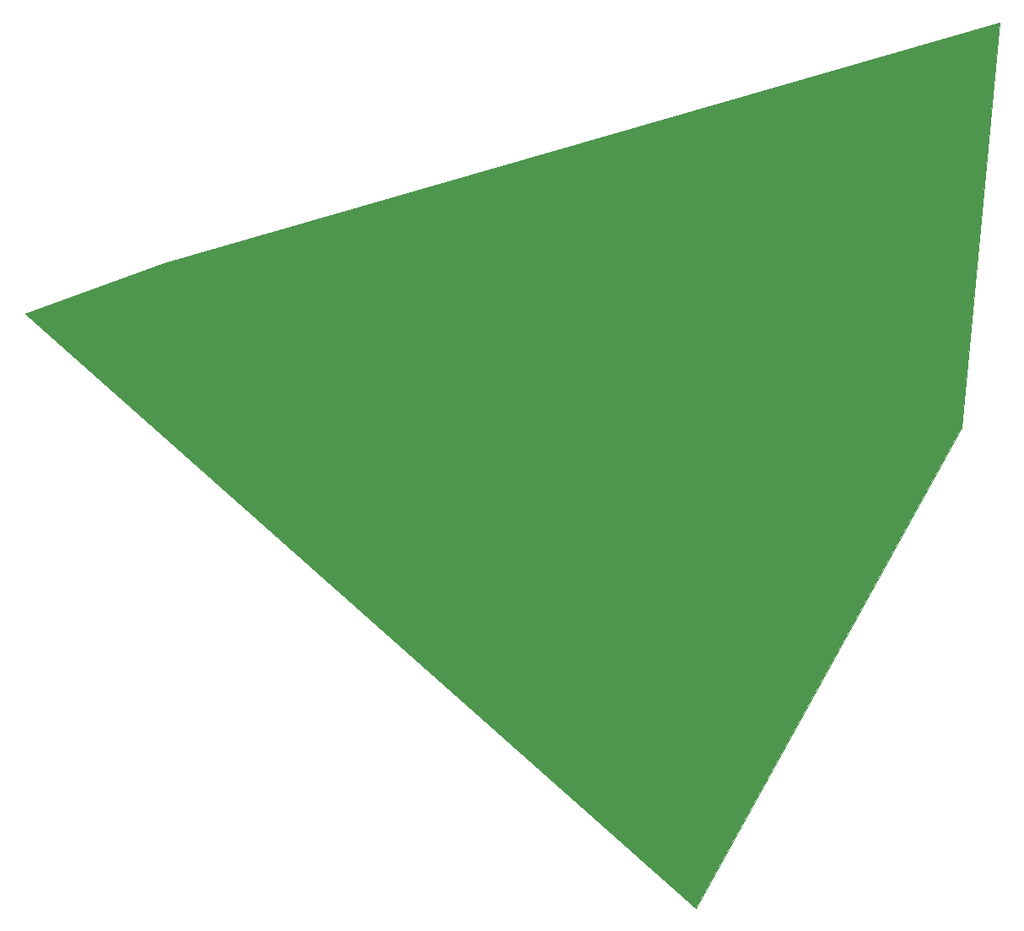
<source format=gbo>
G04 #@! TF.GenerationSoftware,KiCad,Pcbnew,(5.1.4-0-10_14)*
G04 #@! TF.CreationDate,2019-11-12T20:44:58-08:00*
G04 #@! TF.ProjectId,croptop,63726f70-746f-4702-9e6b-696361645f70,rev?*
G04 #@! TF.SameCoordinates,Original*
G04 #@! TF.FileFunction,Legend,Bot*
G04 #@! TF.FilePolarity,Positive*
%FSLAX46Y46*%
G04 Gerber Fmt 4.6, Leading zero omitted, Abs format (unit mm)*
G04 Created by KiCad (PCBNEW (5.1.4-0-10_14)) date 2019-11-12 20:44:58*
%MOMM*%
%LPD*%
G04 APERTURE LIST*
%ADD10C,0.100000*%
G04 APERTURE END LIST*
D10*
G36*
X260350000Y-110490000D02*
G01*
X233680000Y-158750000D01*
X166370000Y-99060000D01*
X180340000Y-93980000D01*
X264160000Y-69850000D01*
X260350000Y-110490000D01*
G37*
X260350000Y-110490000D02*
X233680000Y-158750000D01*
X166370000Y-99060000D01*
X180340000Y-93980000D01*
X264160000Y-69850000D01*
X260350000Y-110490000D01*
M02*

</source>
